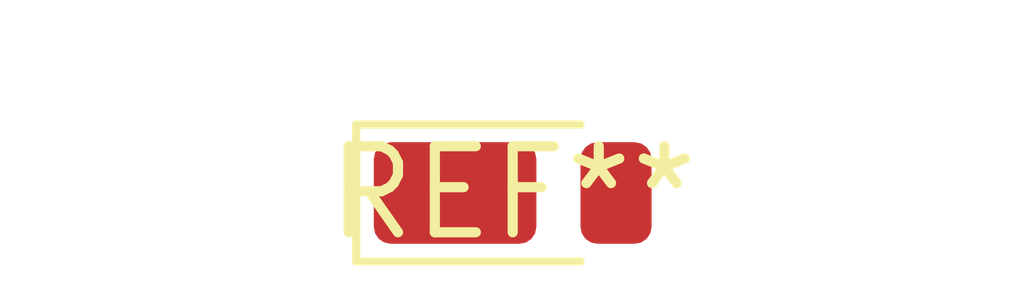
<source format=kicad_pcb>
(kicad_pcb (version 20240108) (generator pcbnew)
  (layers (0 "F.Cu" signal) (31 "B.Cu" signal) (34 "B.Paste" user) (35 "F.Paste" user) (36 "B.SilkS" user "B.Silkscreen") (37 "F.SilkS" user "F.Silkscreen") (38 "B.Mask" user) (39 "F.Mask" user) (44 "Edge.Cuts" user))
  (net 0 "")
  (footprint "D_PowerDI-123" (layer "F.Cu") (at 0 0)
    (property "Reference" "REF**")
    (property "Value" "D_PowerDI-123")
    (fp_line (start -2.31 1.01) (end -2.31 -1.01) (layer "F.SilkS") (stroke (width 0.12)))
    (fp_line (start -2.31 1.01) (end 1 1.01) (layer "F.SilkS") (stroke (width 0.12)))
    (fp_line (start 1 -1.01) (end -2.31 -1.01) (layer "F.SilkS") (stroke (width 0.12)))
    (pad "1" smd roundrect (at -0.85 0 180) (size 2.4 1.5) (layers "F.Cu" "F.Paste" "F.Mask") (roundrect_rratio 0.1666666667))
    (pad "2" smd roundrect (at 1.525 0 180) (size 1.05 1.5) (layers "F.Cu" "F.Paste" "F.Mask") (roundrect_rratio 0.2380952381))
  )
)
</source>
